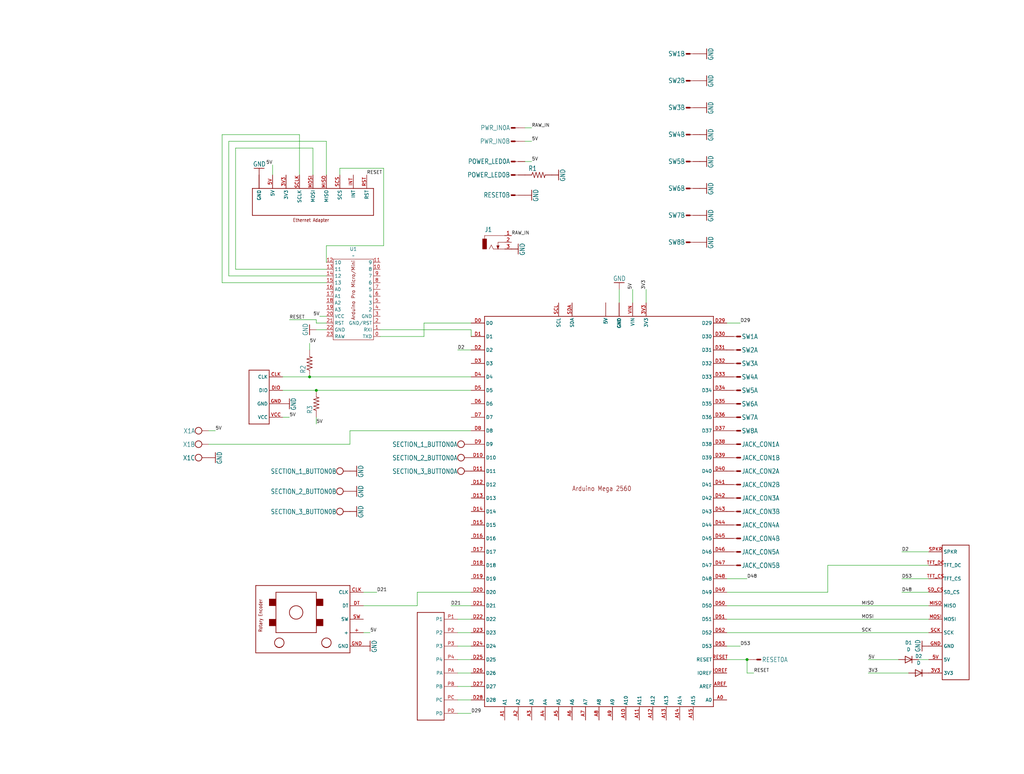
<source format=kicad_sch>
(kicad_sch (version 20231120) (generator "eeschema") (generator_version "8.0")
  (paper "User" 386.486 292.024)
  (lib_symbols
    (symbol "Device:D" (pin_numbers hide) (pin_names (offset 1.016) hide)
      (property "Reference" "D" (at 0 2.54 0))
      (property "Value" "D" (at 0 -2.54 0))
      (symbol "D_0_1"
        (polyline (pts (xy -1.27 1.27) (xy -1.27 -1.27)) (stroke (width 0.254)))
        (polyline (pts (xy 1.27 0) (xy -1.27 0)))
        (polyline (pts (xy 1.27 1.27) (xy 1.27 -1.27) (xy -1.27 0) (xy 1.27 1.27)) (stroke (width 0.254)))
      )
      (symbol "D_1_1"
        (pin passive line (at -3.81 0 0) (length 2.54) (name "K") (number "1"))
        (pin passive line (at 3.81 0 180) (length 2.54) (name "A") (number "2"))
      )
    )
    (symbol "Subsystem Main Extra Symbols:Arduino_pro_Micro/Mini"
      (property "Reference" "U" (at 0 17.018 0))
      (symbol "Arduino_pro_Micro/Mini_0_1"
        (rectangle (start -7.62 15.24) (end 7.62 -15.24))
      )
      (symbol "Arduino_pro_Micro/Mini_1_1"
        (text "Arduino Pro Micro/Mini\n" (at 0 -3.556 900) (effects (font (size 1.27 1.27))))
        (pin bidirectional line (at -10.16 13.97 0) (length 2.54) (name "TXD") (number "0"))
        (pin bidirectional line (at -10.16 11.43 0) (length 2.54) (name "RXI") (number "1"))
        (pin bidirectional line (at -10.16 -11.43 0) (length 2.54) (name "8") (number "10"))
        (pin bidirectional line (at -10.16 -13.97 0) (length 2.54) (name "9") (number "11"))
        (pin bidirectional line (at 10.16 -13.97 180) (length 2.54) (name "10") (number "12"))
        (pin bidirectional line (at 10.16 -11.43 180) (length 2.54) (name "11") (number "13"))
        (pin bidirectional line (at 10.16 -8.89 180) (length 2.54) (name "12") (number "14"))
        (pin bidirectional line (at 10.16 -6.35 180) (length 2.54) (name "13") (number "15"))
        (pin bidirectional line (at 10.16 -3.81 180) (length 2.54) (name "A0") (number "16"))
        (pin bidirectional line (at 10.16 -1.27 180) (length 2.54) (name "A1") (number "17"))
        (pin bidirectional line (at 10.16 1.27 180) (length 2.54) (name "A2") (number "18"))
        (pin bidirectional line (at 10.16 3.81 180) (length 2.54) (name "A3") (number "19"))
        (pin input line (at -10.16 8.89 0) (length 2.54) (name "GND/RST") (number "2"))
        (pin power_out line (at 10.16 6.35 180) (length 2.54) (name "VCC") (number "20"))
        (pin input line (at 10.16 8.89 180) (length 2.54) (name "RST") (number "21"))
        (pin power_in line (at 10.16 11.43 180) (length 2.54) (name "GND") (number "22"))
        (pin power_in line (at 10.16 13.97 180) (length 2.54) (name "RAW") (number "23"))
        (pin power_in line (at -10.16 6.35 0) (length 2.54) (name "GND") (number "3"))
        (pin bidirectional line (at -10.16 3.81 0) (length 2.54) (name "2") (number "4"))
        (pin bidirectional line (at -10.16 1.27 0) (length 2.54) (name "3") (number "5"))
        (pin bidirectional line (at -10.16 -1.27 0) (length 2.54) (name "4") (number "6"))
        (pin bidirectional line (at -10.16 -3.81 0) (length 2.54) (name "5") (number "7"))
        (pin bidirectional line (at -10.16 -6.35 0) (length 2.54) (name "6") (number "8"))
        (pin bidirectional line (at -10.16 -8.89 0) (length 2.54) (name "7") (number "9"))
      )
    )
    (symbol "main-eagle-import:7_SEG_DISPLAY"
      (symbol "7_SEG_DISPLAY_1_0"
        (polyline (pts (xy -10.16 -5.08) (xy -10.16 2.54)) (stroke (width 0.254)))
        (polyline (pts (xy -10.16 2.54) (xy 10.16 2.54)) (stroke (width 0.254)))
        (polyline (pts (xy 10.16 -5.08) (xy -10.16 -5.08)) (stroke (width 0.254)))
        (polyline (pts (xy 10.16 2.54) (xy 10.16 -5.08)) (stroke (width 0.254)))
        (pin bidirectional line (at -7.62 7.62 270) (length 5.08) (name "CLK") (number "CLK"))
        (pin bidirectional line (at -2.54 7.62 270) (length 5.08) (name "DIO") (number "DIO"))
        (pin bidirectional line (at 2.54 7.62 270) (length 5.08) (name "GND") (number "GND"))
        (pin bidirectional line (at 7.62 7.62 270) (length 5.08) (name "VCC") (number "VCC"))
      )
    )
    (symbol "main-eagle-import:ARDUINO_MEGAMIRROR"
      (symbol "ARDUINO_MEGAMIRROR_1_0"
        (polyline (pts (xy -43.18 -76.2) (xy 43.18 -76.2)) (stroke (width 0.254)))
        (polyline (pts (xy -43.18 71.12) (xy -43.18 -76.2)) (stroke (width 0.254)))
        (polyline (pts (xy 43.18 -76.2) (xy 43.18 71.12)) (stroke (width 0.254)))
        (polyline (pts (xy 43.18 71.12) (xy -43.18 71.12)) (stroke (width 0.254)))
        (text "Arduino Mega 2560" (at -10.16 5.08 0) (effects (font (size 1.778 1.5113)) (justify left bottom)))
        (pin power_in line (at 17.78 76.2 270) (length 5.08) (name "3V3") (number "3V3"))
        (pin power_in line (at 2.54 76.2 270) (length 5.08) (name "5V") (number "5V@1"))
        (pin power_in line (at 2.54 76.2 270) (length 5.08) (name "5V") (number "5V@2"))
        (pin power_in line (at 2.54 76.2 270) (length 5.08) (name "5V") (number "5V@3"))
        (pin bidirectional line (at 48.26 -73.66 180) (length 5.08) (name "A0") (number "A0"))
        (pin bidirectional line (at -35.56 -81.28 90) (length 5.08) (name "A1") (number "A1"))
        (pin bidirectional line (at 10.16 -81.28 90) (length 5.08) (name "A10") (number "A10"))
        (pin bidirectional line (at 15.24 -81.28 90) (length 5.08) (name "A11") (number "A11"))
        (pin bidirectional line (at 20.32 -81.28 90) (length 5.08) (name "A12") (number "A12"))
        (pin bidirectional line (at 25.4 -81.28 90) (length 5.08) (name "A13") (number "A13"))
        (pin bidirectional line (at 30.48 -81.28 90) (length 5.08) (name "A14") (number "A14"))
        (pin bidirectional line (at 35.56 -81.28 90) (length 5.08) (name "A15") (number "A15"))
        (pin bidirectional line (at -30.48 -81.28 90) (length 5.08) (name "A2") (number "A2"))
        (pin bidirectional line (at -25.4 -81.28 90) (length 5.08) (name "A3") (number "A3"))
        (pin bidirectional line (at -20.32 -81.28 90) (length 5.08) (name "A4") (number "A4"))
        (pin bidirectional line (at -15.24 -81.28 90) (length 5.08) (name "A5") (number "A5"))
        (pin bidirectional line (at -10.16 -81.28 90) (length 5.08) (name "A6") (number "A6"))
        (pin bidirectional line (at -5.08 -81.28 90) (length 5.08) (name "A7") (number "A7"))
        (pin bidirectional line (at 0 -81.28 90) (length 5.08) (name "A8") (number "A8"))
        (pin bidirectional line (at 5.08 -81.28 90) (length 5.08) (name "A9") (number "A9"))
        (pin bidirectional line (at 48.26 -68.58 180) (length 5.08) (name "AREF") (number "AREF"))
        (pin bidirectional line (at -48.26 68.58 0) (length 5.08) (name "D0") (number "D0"))
        (pin bidirectional line (at -48.26 63.5 0) (length 5.08) (name "D1") (number "D1"))
        (pin bidirectional line (at -48.26 17.78 0) (length 5.08) (name "D10") (number "D10"))
        (pin bidirectional line (at -48.26 12.7 0) (length 5.08) (name "D11") (number "D11"))
        (pin bidirectional line (at -48.26 7.62 0) (length 5.08) (name "D12") (number "D12"))
        (pin bidirectional line (at -48.26 2.54 0) (length 5.08) (name "D13") (number "D13"))
        (pin bidirectional line (at -48.26 -2.54 0) (length 5.08) (name "D14") (number "D14"))
        (pin bidirectional line (at -48.26 -7.62 0) (length 5.08) (name "D15") (number "D15"))
        (pin bidirectional line (at -48.26 -12.7 0) (length 5.08) (name "D16") (number "D16"))
        (pin bidirectional line (at -48.26 -17.78 0) (length 5.08) (name "D17") (number "D17"))
        (pin bidirectional line (at -48.26 -22.86 0) (length 5.08) (name "D18") (number "D18"))
        (pin bidirectional line (at -48.26 -27.94 0) (length 5.08) (name "D19") (number "D19"))
        (pin bidirectional line (at -48.26 58.42 0) (length 5.08) (name "D2") (number "D2"))
        (pin bidirectional line (at -48.26 -33.02 0) (length 5.08) (name "D20") (number "D20"))
        (pin bidirectional line (at -48.26 -38.1 0) (length 5.08) (name "D21") (number "D21"))
        (pin bidirectional line (at -48.26 -43.18 0) (length 5.08) (name "D22") (number "D22"))
        (pin bidirectional line (at -48.26 -48.26 0) (length 5.08) (name "D23") (number "D23"))
        (pin bidirectional line (at -48.26 -53.34 0) (length 5.08) (name "D24") (number "D24"))
        (pin bidirectional line (at -48.26 -58.42 0) (length 5.08) (name "D25") (number "D25"))
        (pin bidirectional line (at -48.26 -63.5 0) (length 5.08) (name "D26") (number "D26"))
        (pin bidirectional line (at -48.26 -68.58 0) (length 5.08) (name "D27") (number "D27"))
        (pin bidirectional line (at -48.26 -73.66 0) (length 5.08) (name "D28") (number "D28"))
        (pin bidirectional line (at 48.26 68.58 180) (length 5.08) (name "D29") (number "D29"))
        (pin bidirectional line (at -48.26 53.34 0) (length 5.08) (name "D3") (number "D3"))
        (pin bidirectional line (at 48.26 63.5 180) (length 5.08) (name "D30") (number "D30"))
        (pin bidirectional line (at 48.26 58.42 180) (length 5.08) (name "D31") (number "D31"))
        (pin bidirectional line (at 48.26 53.34 180) (length 5.08) (name "D32") (number "D32"))
        (pin bidirectional line (at 48.26 48.26 180) (length 5.08) (name "D33") (number "D33"))
        (pin bidirectional line (at 48.26 43.18 180) (length 5.08) (name "D34") (number "D34"))
        (pin bidirectional line (at 48.26 38.1 180) (length 5.08) (name "D35") (number "D35"))
        (pin bidirectional line (at 48.26 33.02 180) (length 5.08) (name "D36") (number "D36"))
        (pin bidirectional line (at 48.26 27.94 180) (length 5.08) (name "D37") (number "D37"))
        (pin bidirectional line (at 48.26 22.86 180) (length 5.08) (name "D38") (number "D38"))
        (pin bidirectional line (at 48.26 17.78 180) (length 5.08) (name "D39") (number "D39"))
        (pin bidirectional line (at -48.26 48.26 0) (length 5.08) (name "D4") (number "D4"))
        (pin bidirectional line (at 48.26 12.7 180) (length 5.08) (name "D40") (number "D40"))
        (pin bidirectional line (at 48.26 7.62 180) (length 5.08) (name "D41") (number "D41"))
        (pin bidirectional line (at 48.26 2.54 180) (length 5.08) (name "D42") (number "D42"))
        (pin bidirectional line (at 48.26 -2.54 180) (length 5.08) (name "D43") (number "D43"))
        (pin bidirectional line (at 48.26 -7.62 180) (length 5.08) (name "D44") (number "D44"))
        (pin bidirectional line (at 48.26 -12.7 180) (length 5.08) (name "D45") (number "D45"))
        (pin bidirectional line (at 48.26 -17.78 180) (length 5.08) (name "D46") (number "D46"))
        (pin bidirectional line (at 48.26 -22.86 180) (length 5.08) (name "D47") (number "D47"))
        (pin bidirectional line (at 48.26 -27.94 180) (length 5.08) (name "D48") (number "D48"))
        (pin bidirectional line (at 48.26 -33.02 180) (length 5.08) (name "D49") (number "D49"))
        (pin bidirectional line (at -48.26 43.18 0) (length 5.08) (name "D5") (number "D5"))
        (pin bidirectional line (at 48.26 -38.1 180) (length 5.08) (name "D50") (number "D50"))
        (pin bidirectional line (at 48.26 -43.18 180) (length 5.08) (name "D51") (number "D51"))
        (pin bidirectional line (at 48.26 -48.26 180) (length 5.08) (name "D52") (number "D52"))
        (pin bidirectional line (at 48.26 -53.34 180) (length 5.08) (name "D53") (number "D53"))
        (pin bidirectional line (at -48.26 38.1 0) (length 5.08) (name "D6") (number "D6"))
        (pin bidirectional line (at -48.26 33.02 0) (length 5.08) (name "D7") (number "D7"))
        (pin bidirectional line (at -48.26 27.94 0) (length 5.08) (name "D8") (number "D8"))
        (pin bidirectional line (at -48.26 22.86 0) (length 5.08) (name "D9") (number "D9"))
        (pin power_in line (at 7.62 76.2 270) (length 5.08) (name "GND") (number "GND@1"))
        (pin power_in line (at 7.62 76.2 270) (length 5.08) (name "GND") (number "GND@2"))
        (pin power_in line (at 7.62 76.2 270) (length 5.08) (name "GND") (number "GND@3"))
        (pin power_in line (at 7.62 76.2 270) (length 5.08) (name "GND") (number "GND@4"))
        (pin power_in line (at 7.62 76.2 270) (length 5.08) (name "GND") (number "GND@5"))
        (pin bidirectional line (at 48.26 -63.5 180) (length 5.08) (name "IOREF") (number "IOREF"))
        (pin bidirectional line (at 48.26 -58.42 180) (length 5.08) (name "RESET") (number "RESET"))
        (pin bidirectional line (at -15.24 76.2 270) (length 5.08) (name "SCL") (number "SCL"))
        (pin bidirectional line (at -10.16 76.2 270) (length 5.08) (name "SDA") (number "SDA"))
        (pin power_in line (at 12.7 76.2 270) (length 5.08) (name "VIN") (number "VIN"))
      )
    )
    (symbol "main-eagle-import:BUTTON_GRID_HEADER"
      (symbol "BUTTON_GRID_HEADER_1_0"
        (polyline (pts (xy -20.32 -5.08) (xy -20.32 5.08)) (stroke (width 0.254)))
        (polyline (pts (xy -20.32 5.08) (xy 20.32 5.08)) (stroke (width 0.254)))
        (polyline (pts (xy 20.32 -5.08) (xy -20.32 -5.08)) (stroke (width 0.254)))
        (polyline (pts (xy 20.32 5.08) (xy 20.32 -5.08)) (stroke (width 0.254)))
        (pin bidirectional line (at -17.78 10.16 270) (length 5.08) (name "P1") (number "P1"))
        (pin bidirectional line (at -12.7 10.16 270) (length 5.08) (name "P2") (number "P2"))
        (pin bidirectional line (at -7.62 10.16 270) (length 5.08) (name "P3") (number "P3"))
        (pin bidirectional line (at -2.54 10.16 270) (length 5.08) (name "P4") (number "P4"))
        (pin bidirectional line (at 2.54 10.16 270) (length 5.08) (name "PA") (number "PA"))
        (pin bidirectional line (at 7.62 10.16 270) (length 5.08) (name "PB") (number "PB"))
        (pin bidirectional line (at 12.7 10.16 270) (length 5.08) (name "PC") (number "PC"))
        (pin bidirectional line (at 17.78 10.16 270) (length 5.08) (name "PD") (number "PD"))
      )
    )
    (symbol "main-eagle-import:DCJ0303"
      (property "Reference" "J" (at -2.54 3.81 0))
      (symbol "DCJ0303_1_0"
        (rectangle (start -3.302 -2.54) (end -1.778 1.27) (fill (type outline)))
        (polyline (pts (xy -2.54 2.54) (xy -2.54 1.27)) (stroke (width 0.1524)))
        (polyline (pts (xy 0 -1.016) (xy -0.762 -2.54)) (stroke (width 0.1524)))
        (polyline (pts (xy 0.762 -2.54) (xy 0 -1.016)) (stroke (width 0.1524)))
        (polyline (pts (xy 2.54 -2.54) (xy 0.762 -2.54)) (stroke (width 0.1524)))
        (polyline (pts (xy 2.54 0) (xy 2.54 -2.54)) (stroke (width 0.1524)))
        (polyline (pts (xy 5.08 -2.54) (xy 2.54 -2.54)) (stroke (width 0.1524)))
        (polyline (pts (xy 5.08 0) (xy 2.54 0)) (stroke (width 0.1524)))
        (polyline (pts (xy 5.08 2.54) (xy -2.54 2.54)) (stroke (width 0.1524)))
        (polyline (pts (xy 2.54 -2.54) (xy 2.032 -1.27) (xy 3.048 -1.27)) (stroke (width 0.1524)) (fill (type outline)))
        (pin passive line (at 7.62 2.54 180) (length 2.54) (name "1") (number "1"))
        (pin passive line (at 7.62 0 180) (length 2.54) (name "2") (number "2"))
        (pin passive line (at 7.62 -2.54 180) (length 2.54) (name "3") (number "3"))
      )
    )
    (symbol "main-eagle-import:ETHERNET_ADAPTER"
      (symbol "ETHERNET_ADAPTER_1_0"
        (polyline (pts (xy -22.86 -5.08) (xy -22.86 5.08)) (stroke (width 0.254)))
        (polyline (pts (xy -22.86 5.08) (xy 22.86 5.08)) (stroke (width 0.254)))
        (polyline (pts (xy 22.86 -5.08) (xy -22.86 -5.08)) (stroke (width 0.254)))
        (polyline (pts (xy 22.86 5.08) (xy 22.86 -5.08)) (stroke (width 0.254)))
        (text "Ethernet Adapter" (at -7.62 -7.62 0) (effects (font (size 1.27 1.0795)) (justify left bottom)))
        (pin bidirectional line (at -10.16 10.16 270) (length 5.08) (name "3V3") (number "3V3"))
        (pin bidirectional line (at -15.24 10.16 270) (length 5.08) (name "5V") (number "5V"))
        (pin bidirectional line (at -20.32 10.16 270) (length 5.08) (name "GND") (number "GND@1"))
        (pin bidirectional line (at -20.32 10.16 270) (length 5.08) (name "GND") (number "GND@2"))
        (pin bidirectional line (at 15.24 10.16 270) (length 5.08) (name "INT") (number "INT"))
        (pin bidirectional line (at 5.08 10.16 270) (length 5.08) (name "MISO") (number "MISO"))
        (pin bidirectional line (at 0 10.16 270) (length 5.08) (name "MOSI") (number "MOSI"))
        (pin bidirectional line (at 20.32 10.16 270) (length 5.08) (name "RST") (number "RST"))
        (pin bidirectional line (at -5.08 10.16 270) (length 5.08) (name "SCLK") (number "SCLK"))
        (pin bidirectional line (at 10.16 10.16 270) (length 5.08) (name "SCS") (number "SCS"))
      )
    )
    (symbol "main-eagle-import:FLIPFLOP-RES"
      (property "Reference" "R" (at -3.81 1.4986 0))
      (symbol "FLIPFLOP-RES_1_0"
        (polyline (pts (xy -2.54 0) (xy -2.159 1.016)) (stroke (width 0.2032)))
        (polyline (pts (xy -2.159 1.016) (xy -1.524 -1.016)) (stroke (width 0.2032)))
        (polyline (pts (xy -1.524 -1.016) (xy -0.889 1.016)) (stroke (width 0.2032)))
        (polyline (pts (xy -0.889 1.016) (xy -0.254 -1.016)) (stroke (width 0.2032)))
        (polyline (pts (xy -0.254 -1.016) (xy 0.381 1.016)) (stroke (width 0.2032)))
        (polyline (pts (xy 0.381 1.016) (xy 1.016 -1.016)) (stroke (width 0.2032)))
        (polyline (pts (xy 1.016 -1.016) (xy 1.651 1.016)) (stroke (width 0.2032)))
        (polyline (pts (xy 1.651 1.016) (xy 2.286 -1.016)) (stroke (width 0.2032)))
        (polyline (pts (xy 2.286 -1.016) (xy 2.54 0)) (stroke (width 0.2032)))
        (pin passive line (at -5.08 0 0) (length 2.54) (name "1") (number "1"))
        (pin passive line (at 5.08 0 180) (length 2.54) (name "2") (number "2"))
      )
    )
    (symbol "main-eagle-import:GND" (power)
      (symbol "GND_1_0"
        (polyline (pts (xy -1.905 0) (xy 1.905 0)) (stroke (width 0.254)))
        (pin power_in line (at 0 2.54 270) (length 2.54) (name "GND") (number "1"))
      )
    )
    (symbol "main-eagle-import:L02P"
      (property "Reference" "SV" (at -0.508 1.016 0))
      (symbol "L02P_1_0"
        (polyline (pts (xy 0 0) (xy 1.27 0)) (stroke (width 0.6096)))
        (polyline (pts (xy 1.27 0) (xy 2.54 0)) (stroke (width 0.1524)))
        (pin passive line (at 5.08 0 180) (length 2.54) (name "S") (number "1"))
      )
      (symbol "L02P_2_0"
        (polyline (pts (xy 0 0) (xy 1.27 0)) (stroke (width 0.6096)))
        (polyline (pts (xy 1.27 0) (xy 2.54 0)) (stroke (width 0.1524)))
        (pin passive line (at 5.08 0 180) (length 2.54) (name "S") (number "2"))
      )
    )
    (symbol "main-eagle-import:ROTARY_ENCODER"
      (symbol "ROTARY_ENCODER_1_0"
        (rectangle (start -7.62 -12.7) (end -5.08 -10.16) (fill (type outline)))
        (rectangle (start -7.62 5.08) (end -5.08 7.62) (fill (type outline)))
        (circle (center -2.54 -2.54) (radius 2.54) (stroke (width 0.254)))
        (rectangle (start 0 -12.7) (end 2.54 -10.16) (fill (type outline)))
        (polyline (pts (xy -12.7 -17.78) (xy 12.7 -17.78)) (stroke (width 0.254)))
        (polyline (pts (xy -12.7 17.78) (xy -12.7 -17.78)) (stroke (width 0.254)))
        (polyline (pts (xy -10.16 -10.16) (xy -10.16 5.08)) (stroke (width 0.254)))
        (polyline (pts (xy -10.16 5.08) (xy 5.08 5.08)) (stroke (width 0.254)))
        (polyline (pts (xy 5.08 -10.16) (xy -10.16 -10.16)) (stroke (width 0.254)))
        (polyline (pts (xy 5.08 5.08) (xy 5.08 -10.16)) (stroke (width 0.254)))
        (polyline (pts (xy 12.7 -17.78) (xy 12.7 17.78)) (stroke (width 0.254)))
        (polyline (pts (xy 12.7 17.78) (xy -12.7 17.78)) (stroke (width 0.254)))
        (rectangle (start 0 5.08) (end 2.54 7.62) (fill (type outline)))
        (arc (start 7.62 -7.62) (mid 7.62 -10.16) (end 10.16 -10.16) (stroke (width 0.254)))
        (arc (start 7.62 10.16) (mid 7.62 7.62) (end 10.16 7.62) (stroke (width 0.254)))
        (arc (start 10.16 -10.16) (mid 10.16 -7.62) (end 7.62 -7.62) (stroke (width 0.254)))
        (arc (start 10.16 -10.16) (mid 10.6861 -8.89) (end 10.16 -7.62) (stroke (width 0.254)))
        (arc (start 10.16 7.62) (mid 10.16 10.16) (end 7.62 10.16) (stroke (width 0.254)))
        (arc (start 10.16 7.62) (mid 10.6861 8.89) (end 10.16 10.16) (stroke (width 0.254)))
        (text "Rotary Encoder" (at -7.62 -15.24 0) (effects (font (size 1.27 1.0795)) (justify left bottom)))
        (pin power_in line (at 5.08 22.86 270) (length 5.08) (name "+") (number "+"))
        (pin bidirectional line (at -10.16 22.86 270) (length 5.08) (name "CLK") (number "CLK"))
        (pin bidirectional line (at -5.08 22.86 270) (length 5.08) (name "DT") (number "DT"))
        (pin power_in line (at 10.16 22.86 270) (length 5.08) (name "GND") (number "GND"))
        (pin bidirectional line (at 0 22.86 270) (length 5.08) (name "SW") (number "SW"))
      )
    )
    (symbol "main-eagle-import:SPI_HEADERSPI_HEADER_RIBBON_CONNECTOR"
      (symbol "SPI_HEADERSPI_HEADER_RIBBON_CONNECTOR_1_0"
        (polyline (pts (xy -25.4 -5.08) (xy 25.4 -5.08)) (stroke (width 0.254)))
        (polyline (pts (xy -25.4 5.08) (xy -25.4 -5.08)) (stroke (width 0.254)))
        (polyline (pts (xy -25.4 5.08) (xy 25.4 5.08)) (stroke (width 0.254)))
        (polyline (pts (xy 25.4 5.08) (xy 25.4 -5.08)) (stroke (width 0.254)))
        (pin power_in line (at -22.86 10.16 270) (length 5.08) (name "3V3") (number "3V3"))
        (pin power_in line (at -17.78 10.16 270) (length 5.08) (name "5V") (number "5V"))
        (pin power_in line (at -12.7 10.16 270) (length 5.08) (name "GND") (number "GND"))
        (pin bidirectional line (at 2.54 10.16 270) (length 5.08) (name "MISO") (number "MISO"))
        (pin bidirectional line (at -2.54 10.16 270) (length 5.08) (name "MOSI") (number "MOSI"))
        (pin bidirectional line (at -7.62 10.16 270) (length 5.08) (name "SCK") (number "SCK"))
        (pin bidirectional line (at 7.62 10.16 270) (length 5.08) (name "SD_CS") (number "SD_CS"))
        (pin bidirectional line (at 22.86 10.16 270) (length 5.08) (name "SPKR") (number "SPKR"))
        (pin bidirectional line (at 12.7 10.16 270) (length 5.08) (name "TFT_CS") (number "TFT_CS"))
        (pin bidirectional line (at 17.78 10.16 270) (length 5.08) (name "TFT_DC") (number "TFT_DC"))
      )
    )
    (symbol "main-eagle-import:W237-102"
      (property "Reference" "X" (at 0 0.889 0))
      (symbol "W237-102_1_0"
        (circle (center 1.27 0) (radius 1.27) (stroke (width 0.254)))
        (pin passive line (at 5.08 0 180) (length 2.54) (name "KL") (number "1"))
      )
      (symbol "W237-102_2_0"
        (circle (center 1.27 0) (radius 1.27) (stroke (width 0.254)))
        (pin passive line (at 5.08 0 180) (length 2.54) (name "KL") (number "2"))
      )
    )
    (symbol "main-eagle-import:W237-103"
      (property "Reference" "X" (at 0 0.889 0))
      (symbol "W237-103_1_0"
        (circle (center 1.27 0) (radius 1.27) (stroke (width 0.254)))
        (pin passive line (at 5.08 0 180) (length 2.54) (name "KL") (number "1"))
      )
      (symbol "W237-103_2_0"
        (circle (center 1.27 0) (radius 1.27) (stroke (width 0.254)))
        (pin passive line (at 5.08 0 180) (length 2.54) (name "KL") (number "2"))
      )
      (symbol "W237-103_3_0"
        (circle (center 1.27 0) (radius 1.27) (stroke (width 0.254)))
        (pin passive line (at 5.08 0 180) (length 2.54) (name "KL") (number "3"))
      )
    )
  )
  (junction (at 116.84 142.24))
  (junction (at 281.94 248.92))
  (junction (at 119.38 147.32))
  (wire (pts (xy 86.36 53.34) (xy 86.36 104.14)))
  (wire (pts (xy 172.72 269.24) (xy 177.8 269.24)) (stroke (width 0.1524)))
  (wire (pts (xy 160.02 121.92) (xy 177.8 121.92)))
  (wire (pts (xy 119.38 120.65) (xy 119.38 121.92)))
  (wire (pts (xy 238.76 114.3) (xy 238.76 109.22)) (stroke (width 0.1524)))
  (wire (pts (xy 137.16 238.76) (xy 139.7 238.76)) (stroke (width 0.1524)))
  (wire (pts (xy 116.84 142.24) (xy 177.8 142.24)) (stroke (width 0.1524)))
  (wire (pts (xy 350.52 218.44) (xy 340.36 218.44)) (stroke (width 0.1524)))
  (wire (pts (xy 274.32 228.6) (xy 350.52 228.6)) (stroke (width 0.1524)))
  (wire (pts (xy 144.78 63.5) (xy 128.27 63.5)))
  (wire (pts (xy 88.9 101.6) (xy 88.9 55.88)))
  (wire (pts (xy 137.16 223.52) (xy 142.24 223.52)) (stroke (width 0.1524)))
  (wire (pts (xy 346.71 248.92) (xy 350.52 248.92)))
  (wire (pts (xy 177.8 127) (xy 177.8 124.46)))
  (wire (pts (xy 119.38 121.92) (xy 123.19 121.92)))
  (wire (pts (xy 144.78 92.71) (xy 144.78 63.5)))
  (wire (pts (xy 78.74 162.56) (xy 81.28 162.56)) (stroke (width 0.1524)))
  (wire (pts (xy 102.87 62.23) (xy 102.87 66.04)))
  (wire (pts (xy 123.19 99.06) (xy 123.19 92.71)))
  (wire (pts (xy 350.52 208.28) (xy 340.36 208.28)) (stroke (width 0.1524)))
  (wire (pts (xy 86.36 104.14) (xy 123.19 104.14)))
  (wire (pts (xy 274.32 121.92) (xy 279.4 121.92)) (stroke (width 0.1524)))
  (wire (pts (xy 172.72 238.76) (xy 177.8 238.76)) (stroke (width 0.1524)))
  (wire (pts (xy 327.66 248.92) (xy 339.09 248.92)) (stroke (width 0.1524)))
  (wire (pts (xy 128.27 63.5) (xy 128.27 66.04)))
  (wire (pts (xy 198.12 48.26) (xy 200.66 48.26)) (stroke (width 0.1524)))
  (wire (pts (xy 88.9 55.88) (xy 118.11 55.88)))
  (wire (pts (xy 123.19 53.34) (xy 86.36 53.34)))
  (wire (pts (xy 157.48 223.52) (xy 177.8 223.52)) (stroke (width 0.1524)))
  (wire (pts (xy 274.32 223.52) (xy 312.42 223.52)) (stroke (width 0.1524)))
  (wire (pts (xy 119.38 124.46) (xy 123.19 124.46)))
  (wire (pts (xy 281.94 248.92) (xy 274.32 248.92)) (stroke (width 0.1524)))
  (wire (pts (xy 172.72 248.92) (xy 177.8 248.92)) (stroke (width 0.1524)))
  (wire (pts (xy 172.72 254) (xy 177.8 254)) (stroke (width 0.1524)))
  (wire (pts (xy 157.48 228.6) (xy 157.48 223.52)) (stroke (width 0.1524)))
  (wire (pts (xy 106.68 157.48) (xy 109.22 157.48)) (stroke (width 0.1524)))
  (wire (pts (xy 198.12 53.34) (xy 200.66 53.34)) (stroke (width 0.1524)))
  (wire (pts (xy 274.32 218.44) (xy 281.94 218.44)) (stroke (width 0.1524)))
  (wire (pts (xy 350.52 223.52) (xy 340.36 223.52)) (stroke (width 0.1524)))
  (wire (pts (xy 198.12 60.96) (xy 200.66 60.96)) (stroke (width 0.1524)))
  (wire (pts (xy 132.08 162.56) (xy 177.8 162.56)) (stroke (width 0.1524)))
  (wire (pts (xy 312.42 213.36) (xy 350.52 213.36)) (stroke (width 0.1524)))
  (wire (pts (xy 137.16 228.6) (xy 157.48 228.6)) (stroke (width 0.1524)))
  (wire (pts (xy 119.38 157.48) (xy 119.38 160.02)) (stroke (width 0.1524)))
  (wire (pts (xy 172.72 264.16) (xy 177.8 264.16)) (stroke (width 0.1524)))
  (wire (pts (xy 123.19 119.38) (xy 120.65 119.38)) (stroke (width 0.1524)))
  (wire (pts (xy 143.51 127) (xy 160.02 127)))
  (wire (pts (xy 143.51 124.46) (xy 177.8 124.46)))
  (wire (pts (xy 123.19 92.71) (xy 144.78 92.71)))
  (wire (pts (xy 83.82 106.68) (xy 83.82 50.8)))
  (wire (pts (xy 172.72 259.08) (xy 177.8 259.08)) (stroke (width 0.1524)))
  (wire (pts (xy 243.84 114.3) (xy 243.84 109.22)) (stroke (width 0.1524)))
  (wire (pts (xy 106.68 147.32) (xy 119.38 147.32)) (stroke (width 0.1524)))
  (wire (pts (xy 160.02 127) (xy 160.02 121.92)))
  (wire (pts (xy 172.72 233.68) (xy 177.8 233.68)) (stroke (width 0.1524)))
  (wire (pts (xy 274.32 238.76) (xy 350.52 238.76)) (stroke (width 0.1524)))
  (wire (pts (xy 132.08 167.64) (xy 132.08 162.56)) (stroke (width 0.1524)))
  (wire (pts (xy 109.22 120.65) (xy 119.38 120.65)))
  (wire (pts (xy 172.72 243.84) (xy 177.8 243.84)) (stroke (width 0.1524)))
  (wire (pts (xy 274.32 243.84) (xy 279.4 243.84)) (stroke (width 0.1524)))
  (wire (pts (xy 78.74 167.64) (xy 132.08 167.64)) (stroke (width 0.1524)))
  (wire (pts (xy 281.94 248.92) (xy 281.94 254)) (stroke (width 0.1524)))
  (wire (pts (xy 116.84 132.08) (xy 116.84 129.54)) (stroke (width 0.1524)))
  (wire (pts (xy 106.68 142.24) (xy 116.84 142.24)) (stroke (width 0.1524)))
  (wire (pts (xy 123.19 66.04) (xy 123.19 53.34)))
  (wire (pts (xy 123.19 106.68) (xy 83.82 106.68)))
  (wire (pts (xy 119.38 147.32) (xy 177.8 147.32)) (stroke (width 0.1524)))
  (wire (pts (xy 118.11 55.88) (xy 118.11 66.04)))
  (wire (pts (xy 123.19 101.6) (xy 88.9 101.6)))
  (wire (pts (xy 177.8 228.6) (xy 170.18 228.6)) (stroke (width 0.1524)))
  (wire (pts (xy 274.32 233.68) (xy 350.52 233.68)) (stroke (width 0.1524)))
  (wire (pts (xy 113.03 50.8) (xy 113.03 66.04)))
  (wire (pts (xy 281.94 254) (xy 284.48 254)) (stroke (width 0.1524)))
  (wire (pts (xy 177.8 132.08) (xy 172.72 132.08)) (stroke (width 0.1524)))
  (wire (pts (xy 83.82 50.8) (xy 113.03 50.8)))
  (wire (pts (xy 233.68 109.22) (xy 233.68 114.3)) (stroke (width 0.1524)))
  (wire (pts (xy 312.42 223.52) (xy 312.42 213.36)) (stroke (width 0.1524)))
  (wire (pts (xy 342.9 254) (xy 327.66 254)) (stroke (width 0.1524)))
  (label "5V" (at 102.87 62.23 180) (effects (font (size 1.2446 1.2446))))
  (label "D29" (at 279.4 121.92 0) (effects (font (size 1.2446 1.2446))))
  (label "5V" (at 139.7 238.76 0) (effects (font (size 1.2446 1.2446))))
  (label "3V3" (at 327.66 254 0) (effects (font (size 1.2446 1.2446))))
  (label "RAW_IN" (at 200.66 48.26 0) (effects (font (size 1.2446 1.2446))))
  (label "MISO" (at 325.12 228.6 0) (effects (font (size 1.2446 1.2446))))
  (label "5V" (at 120.65 119.38 180) (effects (font (size 1.2446 1.2446))))
  (label "D2" (at 172.72 132.08 0) (effects (font (size 1.2446 1.2446))))
  (label "D48" (at 340.36 223.52 0) (effects (font (size 1.2446 1.2446))))
  (label "D29" (at 177.8 269.24 0) (effects (font (size 1.2446 1.2446))))
  (label "RESET" (at 138.43 66.04 0) (effects (font (size 1.2446 1.2446))))
  (label "RAW_IN" (at 193.04 88.9 0) (effects (font (size 1.2446 1.2446))))
  (label "5V" (at 109.22 157.48 0) (effects (font (size 1.2446 1.2446))))
  (label "RESET" (at 109.22 120.65 0) (effects (font (size 1.2446 1.2446))))
  (label "D53" (at 279.4 243.84 0) (effects (font (size 1.2446 1.2446))))
  (label "5V" (at 327.66 248.92 0) (effects (font (size 1.2446 1.2446))))
  (label "D21" (at 142.24 223.52 0) (effects (font (size 1.2446 1.2446))))
  (label "D53" (at 340.36 218.44 0) (effects (font (size 1.2446 1.2446))))
  (label "D21" (at 170.18 228.6 0) (effects (font (size 1.2446 1.2446))))
  (label "D48" (at 281.94 218.44 0) (effects (font (size 1.2446 1.2446))))
  (label "3V3" (at 243.84 109.22 90) (effects (font (size 1.2446 1.2446))))
  (label "5V" (at 200.66 60.96 0) (effects (font (size 1.2446 1.2446))))
  (label "5V" (at 119.38 160.02 0) (effects (font (size 1.2446 1.2446))))
  (label "D2" (at 340.36 208.28 0) (effects (font (size 1.2446 1.2446))))
  (label "5V" (at 116.84 129.54 0) (effects (font (size 1.2446 1.2446))))
  (label "5V" (at 238.76 109.22 90) (effects (font (size 1.2446 1.2446))))
  (label "RESET" (at 284.48 254 0) (effects (font (size 1.2446 1.2446))))
  (label "SCK" (at 325.12 238.76 0) (effects (font (size 1.2446 1.2446))))
  (label "5V" (at 81.28 162.56 0) (effects (font (size 1.2446 1.2446))))
  (label "MOSI" (at 325.12 233.68 0) (effects (font (size 1.2446 1.2446))))
  (label "5V" (at 200.66 53.34 0) (effects (font (size 1.2446 1.2446))))
  (symbol (lib_id "main-eagle-import:L02P") (at 279.4 137.16 180) (unit 1)
    (property "Reference" "SW3" (at 279.908 138.176 0) (effects (font (size 1.778 1.5113)) (justify right top)))
    (property "Value" "L02P" (effects (hide yes)))
    (property "Footprint" "Connector_JST:JST_EH_B2B-EH-A_1x02_P2.50mm_Vertical" (effects (hide yes)))
  )
  (symbol (lib_id "main-eagle-import:L02P") (at 279.4 208.28 180) (unit 1)
    (property "Reference" "JACK_CON5" (at 279.908 209.296 0) (effects (font (size 1.778 1.5113)) (justify right top)))
    (property "Value" "L02P" (effects (hide yes)))
    (property "Footprint" "Connector_JST:JST_EH_B2B-EH-A_1x02_P2.50mm_Vertical" (effects (hide yes)))
  )
  (symbol (lib_id "main-eagle-import:GND") (at 266.7 20.32 90) (unit 1)
    (property "Reference" "#GND012" (effects (hide yes)))
    (property "Value" "GND" (at 269.24 22.86 0) (effects (font (size 1.778 1.5113)) (justify left bottom)))
  )
  (symbol (lib_id "main-eagle-import:L02P") (at 193.04 53.34 0) (unit 2)
    (property "Reference" "PWR_IN0" (at 192.532 52.324 0) (effects (font (size 1.778 1.5113)) (justify right top)))
    (property "Value" "L02P" (effects (hide yes)))
    (property "Footprint" "Connector_JST:JST_EH_B2B-EH-A_1x02_P2.50mm_Vertical" (effects (hide yes)))
  )
  (symbol (lib_id "main-eagle-import:DCJ0303") (at 185.42 91.44 0) (unit 1)
    (property "Reference" "J1" (at 182.88 87.63 0) (effects (font (size 1.778 1.5113)) (justify left bottom)))
    (property "Value" "DCJ0303" (effects (hide yes)))
    (property "Footprint" "Connector_BarrelJack:BarrelJack_Horizontal" (effects (hide yes)))
  )
  (symbol (lib_id "main-eagle-import:L02P") (at 193.04 66.04 0) (unit 2)
    (property "Reference" "POWER_LED0" (at 192.532 65.024 0) (effects (font (size 1.778 1.5113)) (justify right top)))
    (property "Value" "L02P" (effects (hide yes)))
    (property "Footprint" "Connector_JST:JST_EH_B2B-EH-A_1x02_P2.50mm_Vertical" (effects (hide yes)))
  )
  (symbol (lib_id "main-eagle-import:GND") (at 266.7 91.44 90) (unit 1)
    (property "Reference" "#GND05" (effects (hide yes)))
    (property "Value" "GND" (at 269.24 93.98 0) (effects (font (size 1.778 1.5113)) (justify left bottom)))
  )
  (symbol (lib_id "main-eagle-import:L02P") (at 279.4 132.08 180) (unit 1)
    (property "Reference" "SW2" (at 279.908 133.096 0) (effects (font (size 1.778 1.5113)) (justify right top)))
    (property "Value" "L02P" (effects (hide yes)))
    (property "Footprint" "Connector_JST:JST_EH_B2B-EH-A_1x02_P2.50mm_Vertical" (effects (hide yes)))
  )
  (symbol (lib_id "main-eagle-import:L02P") (at 259.08 40.64 0) (unit 2)
    (property "Reference" "SW3" (at 258.572 39.624 0) (effects (font (size 1.778 1.5113)) (justify right top)))
    (property "Value" "L02P" (effects (hide yes)))
    (property "Footprint" "Connector_JST:JST_EH_B2B-EH-A_1x02_P2.50mm_Vertical" (effects (hide yes)))
  )
  (symbol (lib_id "main-eagle-import:L02P") (at 279.4 198.12 180) (unit 1)
    (property "Reference" "JACK_CON4" (at 279.908 199.136 0) (effects (font (size 1.778 1.5113)) (justify right top)))
    (property "Value" "L02P" (effects (hide yes)))
    (property "Footprint" "Connector_JST:JST_EH_B2B-EH-A_1x02_P2.50mm_Vertical" (effects (hide yes)))
  )
  (symbol (lib_id "main-eagle-import:L02P") (at 279.4 187.96 180) (unit 1)
    (property "Reference" "JACK_CON3" (at 279.908 188.976 0) (effects (font (size 1.778 1.5113)) (justify right top)))
    (property "Value" "L02P" (effects (hide yes)))
    (property "Footprint" "Connector_JST:JST_EH_B2B-EH-A_1x02_P2.50mm_Vertical" (effects (hide yes)))
  )
  (symbol (lib_id "main-eagle-import:GND") (at 200.66 73.66 90) (unit 1)
    (property "Reference" "#GND02" (effects (hide yes)))
    (property "Value" "GND" (at 203.2 76.2 0) (effects (font (size 1.778 1.5113)) (justify left bottom)))
  )
  (symbol (lib_id "main-eagle-import:7_SEG_DISPLAY") (at 99.06 149.86 270) (unit 1)
    (property "Reference" "U$2" (effects (hide yes)))
    (property "Value" "7_SEG_DISPLAY" (effects (hide yes)))
    (property "Footprint" "main:7_SEG_DISPLAY" (effects (hide yes)))
  )
  (symbol (lib_id "main-eagle-import:W237-102") (at 172.72 167.64 0) (unit 1)
    (property "Reference" "SECTION_1_BUTTON0" (at 172.72 166.751 0) (effects (font (size 1.778 1.5113)) (justify right top)))
    (property "Value" "W237-102" (effects (hide yes)))
    (property "Footprint" "Connector_JST:JST_EH_B2B-EH-A_1x02_P2.50mm_Vertical" (effects (hide yes)))
  )
  (symbol (lib_id "main-eagle-import:L02P") (at 259.08 81.28 0) (unit 2)
    (property "Reference" "SW7" (at 258.572 80.264 0) (effects (font (size 1.778 1.5113)) (justify right top)))
    (property "Value" "L02P" (effects (hide yes)))
    (property "Footprint" "Connector_JST:JST_EH_B2B-EH-A_1x02_P2.50mm_Vertical" (effects (hide yes)))
  )
  (symbol (lib_id "main-eagle-import:W237-102") (at 172.72 172.72 0) (unit 1)
    (property "Reference" "SECTION_2_BUTTON0" (at 172.72 171.831 0) (effects (font (size 1.778 1.5113)) (justify right top)))
    (property "Value" "W237-102" (effects (hide yes)))
    (property "Footprint" "Connector_JST:JST_EH_B2B-EH-A_1x02_P2.50mm_Vertical" (effects (hide yes)))
  )
  (symbol (lib_id "main-eagle-import:ETHERNET_ADAPTER") (at 118.11 76.2 0) (unit 1)
    (property "Reference" "1" (effects (hide yes)))
    (property "Footprint" "main:ETHERNET_ADAPTER" (effects (hide yes)))
  )
  (symbol (lib_id "main-eagle-import:L02P") (at 279.4 167.64 180) (unit 1)
    (property "Reference" "JACK_CON1" (at 279.908 168.656 0) (effects (font (size 1.778 1.5113)) (justify right top)))
    (property "Value" "L02P" (effects (hide yes)))
    (property "Footprint" "Connector_JST:JST_EH_B2B-EH-A_1x02_P2.50mm_Vertical" (effects (hide yes)))
  )
  (symbol (lib_id "main-eagle-import:L02P") (at 259.08 50.8 0) (unit 2)
    (property "Reference" "SW4" (at 258.572 49.784 0) (effects (font (size 1.778 1.5113)) (justify right top)))
    (property "Value" "L02P" (effects (hide yes)))
    (property "Footprint" "Connector_JST:JST_EH_B2B-EH-A_1x02_P2.50mm_Vertical" (effects (hide yes)))
  )
  (symbol (lib_id "Subsystem Main Extra Symbols:Arduino_pro_Micro/Mini") (at 133.35 113.03 180) (unit 1)
    (property "Reference" "U1" (at 133.35 93.98 0))
    (property "Value" "~" (at 133.35 96.52 0))
    (property "Footprint" "Subsystem Main Extra Symbols:Arduino Pro Micro (Mini)" (effects (hide yes)))
  )
  (symbol (lib_id "main-eagle-import:GND") (at 116.84 124.46 270) (unit 1)
    (property "Reference" "#GND020" (effects (hide yes)))
    (property "Value" "GND" (at 114.3 121.92 0) (effects (font (size 1.778 1.5113)) (justify left bottom)))
  )
  (symbol (lib_id "main-eagle-import:GND") (at 195.58 93.98 90) (unit 1)
    (property "Reference" "#GND04" (effects (hide yes)))
    (property "Value" "GND" (at 198.12 96.52 0) (effects (font (size 1.778 1.5113)) (justify left bottom)))
  )
  (symbol (lib_id "main-eagle-import:L02P") (at 279.4 203.2 180) (unit 2)
    (property "Reference" "JACK_CON4" (at 279.908 204.216 0) (effects (font (size 1.778 1.5113)) (justify right top)))
    (property "Value" "L02P" (effects (hide yes)))
    (property "Footprint" "Connector_JST:JST_EH_B2B-EH-A_1x02_P2.50mm_Vertical" (effects (hide yes)))
  )
  (symbol (lib_id "main-eagle-import:GND") (at 134.62 177.8 90) (unit 1)
    (property "Reference" "#GND017" (effects (hide yes)))
    (property "Value" "GND" (at 137.16 180.34 0) (effects (font (size 1.778 1.5113)) (justify left bottom)))
  )
  (symbol (lib_id "main-eagle-import:L02P") (at 193.04 73.66 0) (unit 2)
    (property "Reference" "RESET0" (at 192.532 72.644 0) (effects (font (size 1.778 1.5113)) (justify right top)))
    (property "Value" "L02P" (effects (hide yes)))
    (property "Footprint" "Connector_JST:JST_EH_B2B-EH-A_1x02_P2.50mm_Vertical" (effects (hide yes)))
  )
  (symbol (lib_id "main-eagle-import:GND") (at 266.7 30.48 90) (unit 1)
    (property "Reference" "#GND011" (effects (hide yes)))
    (property "Value" "GND" (at 269.24 33.02 0) (effects (font (size 1.778 1.5113)) (justify left bottom)))
  )
  (symbol (lib_id "main-eagle-import:ROTARY_ENCODER") (at 114.3 233.68 270) (unit 1)
    (property "Reference" "U$5" (effects (hide yes)))
    (property "Value" "ROTARY_ENCODER" (effects (hide yes)))
    (property "Footprint" "main:ROTARY_ENCODER" (effects (hide yes)))
  )
  (symbol (lib_id "main-eagle-import:FLIPFLOP-RES") (at 119.38 152.4 90) (unit 1)
    (property "Reference" "R3" (at 117.8814 156.21 0) (effects (font (size 1.778 1.5113)) (justify left bottom)))
    (property "Value" "FLIPFLOP-RES" (effects (hide yes)))
    (property "Footprint" "Resistor_THT:R_Axial_DIN0204_L3.6mm_D1.6mm_P7.62mm_Horizontal" (effects (hide yes)))
  )
  (symbol (lib_id "main-eagle-import:FLIPFLOP-RES") (at 203.2 66.04 0) (unit 1)
    (property "Reference" "R1" (at 199.39 64.5414 0) (effects (font (size 1.778 1.5113)) (justify left bottom)))
    (property "Value" "FLIPFLOP-RES" (effects (hide yes)))
    (property "Footprint" "Resistor_THT:R_Axial_DIN0204_L3.6mm_D1.6mm_P7.62mm_Horizontal" (effects (hide yes)))
  )
  (symbol (lib_id "main-eagle-import:L02P") (at 259.08 91.44 0) (unit 2)
    (property "Reference" "SW8" (at 258.572 90.424 0) (effects (font (size 1.778 1.5113)) (justify right top)))
    (property "Value" "L02P" (effects (hide yes)))
    (property "Footprint" "Connector_JST:JST_EH_B2B-EH-A_1x02_P2.50mm_Vertical" (effects (hide yes)))
  )
  (symbol (lib_id "main-eagle-import:L02P") (at 279.4 147.32 180) (unit 1)
    (property "Reference" "SW5" (at 279.908 148.336 0) (effects (font (size 1.778 1.5113)) (justify right top)))
    (property "Value" "L02P" (effects (hide yes)))
    (property "Footprint" "Connector_JST:JST_EH_B2B-EH-A_1x02_P2.50mm_Vertical" (effects (hide yes)))
  )
  (symbol (lib_id "main-eagle-import:L02P") (at 279.4 182.88 180) (unit 2)
    (property "Reference" "JACK_CON2" (at 279.908 183.896 0) (effects (font (size 1.778 1.5113)) (justify right top)))
    (property "Value" "L02P" (effects (hide yes)))
    (property "Footprint" "Connector_JST:JST_EH_B2B-EH-A_1x02_P2.50mm_Vertical" (effects (hide yes)))
  )
  (symbol (lib_id "main-eagle-import:W237-103") (at 73.66 162.56 0) (unit 1)
    (property "Reference" "X1" (at 73.66 161.671 0) (effects (font (size 1.778 1.5113)) (justify right top)))
    (property "Value" "W237-103" (effects (hide yes)))
    (property "Footprint" "TerminalBlock:TerminalBlock_bornier-3_P5.08mm" (effects (hide yes)))
  )
  (symbol (lib_id "main-eagle-import:GND") (at 347.98 243.84 270) (unit 1)
    (property "Reference" "#GND014" (effects (hide yes)))
    (property "Value" "GND" (at 345.44 241.3 0) (effects (font (size 1.778 1.5113)) (justify left bottom)))
  )
  (symbol (lib_id "main-eagle-import:L02P") (at 279.4 157.48 180) (unit 1)
    (property "Reference" "SW7" (at 279.908 158.496 0) (effects (font (size 1.778 1.5113)) (justify right top)))
    (property "Value" "L02P" (effects (hide yes)))
    (property "Footprint" "Connector_JST:JST_EH_B2B-EH-A_1x02_P2.50mm_Vertical" (effects (hide yes)))
  )
  (symbol (lib_id "main-eagle-import:L02P") (at 259.08 71.12 0) (unit 2)
    (property "Reference" "SW6" (at 258.572 70.104 0) (effects (font (size 1.778 1.5113)) (justify right top)))
    (property "Value" "L02P" (effects (hide yes)))
    (property "Footprint" "Connector_JST:JST_EH_B2B-EH-A_1x02_P2.50mm_Vertical" (effects (hide yes)))
  )
  (symbol (lib_id "main-eagle-import:GND") (at 233.68 106.68 180) (unit 1)
    (property "Reference" "#GND01" (effects (hide yes)))
    (property "Value" "GND" (at 236.22 104.14 0) (effects (font (size 1.778 1.5113)) (justify left bottom)))
  )
  (symbol (lib_id "main-eagle-import:W237-102") (at 127 177.8 0) (unit 2)
    (property "Reference" "SECTION_1_BUTTON0" (at 127 176.911 0) (effects (font (size 1.778 1.5113)) (justify right top)))
    (property "Value" "W237-102" (effects (hide yes)))
    (property "Footprint" "Connector_JST:JST_EH_B2B-EH-A_1x02_P2.50mm_Vertical" (effects (hide yes)))
  )
  (symbol (lib_id "Device:D") (at 346.71 254 180) (unit 1)
    (property "Reference" "D2" (at 346.71 247.65 0))
    (property "Value" "D" (at 346.71 250.19 0))
    (property "Footprint" "Diode_THT:D_DO-15_P10.16mm_Horizontal" (effects (hide yes)))
    (property "Description" "Diode" (effects (hide yes)))
    (property "Sim.Device" "D" (effects (hide yes)))
    (property "Sim.Pins" "1=K 2=A" (effects (hide yes)))
  )
  (symbol (lib_id "main-eagle-import:L02P") (at 279.4 162.56 180) (unit 1)
    (property "Reference" "SW8" (at 279.908 163.576 0) (effects (font (size 1.778 1.5113)) (justify right top)))
    (property "Value" "L02P" (effects (hide yes)))
    (property "Footprint" "Connector_JST:JST_EH_B2B-EH-A_1x02_P2.50mm_Vertical" (effects (hide yes)))
  )
  (symbol (lib_id "main-eagle-import:GND") (at 134.62 185.42 90) (unit 1)
    (property "Reference" "#GND018" (effects (hide yes)))
    (property "Value" "GND" (at 137.16 187.96 0) (effects (font (size 1.778 1.5113)) (justify left bottom)))
  )
  (symbol (lib_id "main-eagle-import:GND") (at 139.7 243.84 90) (unit 1)
    (property "Reference" "#GND015" (effects (hide yes)))
    (property "Value" "GND" (at 142.24 246.38 0) (effects (font (size 1.778 1.5113)) (justify left bottom)))
  )
  (symbol (lib_id "main-eagle-import:L02P") (at 279.4 213.36 180) (unit 2)
    (property "Reference" "JACK_CON5" (at 279.908 214.376 0) (effects (font (size 1.778 1.5113)) (justify right top)))
    (property "Value" "L02P" (effects (hide yes)))
    (property "Footprint" "Connector_JST:JST_EH_B2B-EH-A_1x02_P2.50mm_Vertical" (effects (hide yes)))
  )
  (symbol (lib_id "main-eagle-import:L02P") (at 279.4 152.4 180) (unit 1)
    (property "Reference" "SW6" (at 279.908 153.416 0) (effects (font (size 1.778 1.5113)) (justify right top)))
    (property "Value" "L02P" (effects (hide yes)))
    (property "Footprint" "Connector_JST:JST_EH_B2B-EH-A_1x02_P2.50mm_Vertical" (effects (hide yes)))
  )
  (symbol (lib_id "main-eagle-import:SPI_HEADERSPI_HEADER_RIBBON_CONNECTOR") (at 360.68 231.14 90) (unit 1)
    (property "Reference" "U$3" (effects (hide yes)))
    (property "Value" "SPI_HEADERSPI_HEADER_RIBBON_CONNECTOR" (effects (hide yes)))
    (property "Footprint" "main:SPI_HEADER_RIBBON_CONNECTOR" (effects (hide yes)))
  )
  (symbol (lib_id "main-eagle-import:L02P") (at 287.02 248.92 180) (unit 1)
    (property "Reference" "RESET0" (at 287.528 249.936 0) (effects (font (size 1.778 1.5113)) (justify right top)))
    (property "Value" "L02P" (effects (hide yes)))
    (property "Footprint" "Connector_JST:JST_EH_B2B-EH-A_1x02_P2.50mm_Vertical" (effects (hide yes)))
  )
  (symbol (lib_id "main-eagle-import:GND") (at 266.7 71.12 90) (unit 1)
    (property "Reference" "#GND07" (effects (hide yes)))
    (property "Value" "GND" (at 269.24 73.66 0) (effects (font (size 1.778 1.5113)) (justify left bottom)))
  )
  (symbol (lib_id "main-eagle-import:L02P") (at 279.4 177.8 180) (unit 1)
    (property "Reference" "JACK_CON2" (at 279.908 178.816 0) (effects (font (size 1.778 1.5113)) (justify right top)))
    (property "Value" "L02P" (effects (hide yes)))
    (property "Footprint" "Connector_JST:JST_EH_B2B-EH-A_1x02_P2.50mm_Vertical" (effects (hide yes)))
  )
  (symbol (lib_id "main-eagle-import:GND") (at 266.7 81.28 90) (unit 1)
    (property "Reference" "#GND06" (effects (hide yes)))
    (property "Value" "GND" (at 269.24 83.82 0) (effects (font (size 1.778 1.5113)) (justify left bottom)))
  )
  (symbol (lib_id "main-eagle-import:W237-102") (at 127 193.04 0) (unit 2)
    (property "Reference" "SECTION_3_BUTTON0" (at 127 192.151 0) (effects (font (size 1.778 1.5113)) (justify right top)))
    (property "Value" "W237-102" (effects (hide yes)))
    (property "Footprint" "Connector_JST:JST_EH_B2B-EH-A_1x02_P2.50mm_Vertical" (effects (hide yes)))
  )
  (symbol (lib_id "main-eagle-import:L02P") (at 279.4 193.04 180) (unit 2)
    (property "Reference" "JACK_CON3" (at 279.908 194.056 0) (effects (font (size 1.778 1.5113)) (justify right top)))
    (property "Value" "L02P" (effects (hide yes)))
    (property "Footprint" "Connector_JST:JST_EH_B2B-EH-A_1x02_P2.50mm_Vertical" (effects (hide yes)))
  )
  (symbol (lib_id "main-eagle-import:GND") (at 81.28 172.72 90) (unit 1)
    (property "Reference" "#GND016" (effects (hide yes)))
    (property "Value" "GND" (at 83.82 175.26 0) (effects (font (size 1.778 1.5113)) (justify left bottom)))
  )
  (symbol (lib_id "main-eagle-import:GND") (at 266.7 40.64 90) (unit 1)
    (property "Reference" "#GND010" (effects (hide yes)))
    (property "Value" "GND" (at 269.24 43.18 0) (effects (font (size 1.778 1.5113)) (justify left bottom)))
  )
  (symbol (lib_id "main-eagle-import:W237-103") (at 73.66 172.72 0) (unit 3)
    (property "Reference" "X1" (at 73.66 171.831 0) (effects (font (size 1.778 1.5113)) (justify right top)))
    (property "Value" "W237-103" (effects (hide yes)))
    (property "Footprint" "TerminalBlock:TerminalBlock_bornier-3_P5.08mm" (effects (hide yes)))
  )
  (symbol (lib_id "main-eagle-import:L02P") (at 193.04 48.26 0) (unit 1)
    (property "Reference" "PWR_IN0" (at 192.532 47.244 0) (effects (font (size 1.778 1.5113)) (justify right top)))
    (property "Value" "L02P" (effects (hide yes)))
    (property "Footprint" "Connector_JST:JST_EH_B2B-EH-A_1x02_P2.50mm_Vertical" (effects (hide yes)))
  )
  (symbol (lib_id "main-eagle-import:L02P") (at 259.08 20.32 0) (unit 2)
    (property "Reference" "SW1" (at 258.572 19.304 0) (effects (font (size 1.778 1.5113)) (justify right top)))
    (property "Value" "L02P" (effects (hide yes)))
    (property "Footprint" "Connector_JST:JST_EH_B2B-EH-A_1x02_P2.50mm_Vertical" (effects (hide yes)))
  )
  (symbol (lib_id "main-eagle-import:FLIPFLOP-RES") (at 116.84 137.16 90) (unit 1)
    (property "Reference" "R2" (at 115.3414 140.97 0) (effects (font (size 1.778 1.5113)) (justify left bottom)))
    (property "Value" "FLIPFLOP-RES" (effects (hide yes)))
    (property "Footprint" "Resistor_THT:R_Axial_DIN0204_L3.6mm_D1.6mm_P7.62mm_Horizontal" (effects (hide yes)))
  )
  (symbol (lib_id "main-eagle-import:GND") (at 97.79 63.5 180) (unit 1)
    (property "Reference" "#GND021" (effects (hide yes)))
    (property "Value" "GND" (at 100.33 60.96 0) (effects (font (size 1.778 1.5113)) (justify left bottom)))
  )
  (symbol (lib_id "main-eagle-import:GND") (at 109.22 152.4 90) (unit 1)
    (property "Reference" "#GND013" (effects (hide yes)))
    (property "Value" "GND" (at 111.76 154.94 0) (effects (font (size 1.778 1.5113)) (justify left bottom)))
  )
  (symbol (lib_id "main-eagle-import:L02P") (at 259.08 30.48 0) (unit 2)
    (property "Reference" "SW2" (at 258.572 29.464 0) (effects (font (size 1.778 1.5113)) (justify right top)))
    (property "Value" "L02P" (effects (hide yes)))
    (property "Footprint" "Connector_JST:JST_EH_B2B-EH-A_1x02_P2.50mm_Vertical" (effects (hide yes)))
  )
  (symbol (lib_id "main-eagle-import:GND") (at 266.7 50.8 90) (unit 1)
    (property "Reference" "#GND09" (effects (hide yes)))
    (property "Value" "GND" (at 269.24 53.34 0) (effects (font (size 1.778 1.5113)) (justify left bottom)))
  )
  (symbol (lib_id "main-eagle-import:L02P") (at 279.4 172.72 180) (unit 2)
    (property "Reference" "JACK_CON1" (at 279.908 173.736 0) (effects (font (size 1.778 1.5113)) (justify right top)))
    (property "Value" "L02P" (effects (hide yes)))
    (property "Footprint" "Connector_JST:JST_EH_B2B-EH-A_1x02_P2.50mm_Vertical" (effects (hide yes)))
  )
  (symbol (lib_id "main-eagle-import:L02P") (at 279.4 142.24 180) (unit 1)
    (property "Reference" "SW4" (at 279.908 143.256 0) (effects (font (size 1.778 1.5113)) (justify right top)))
    (property "Value" "L02P" (effects (hide yes)))
    (property "Footprint" "Connector_JST:JST_EH_B2B-EH-A_1x02_P2.50mm_Vertical" (effects (hide yes)))
  )
  (symbol (lib_id "Device:D") (at 342.9 248.92 180) (unit 1)
    (property "Reference" "D1" (at 342.9 242.57 0))
    (property "Value" "D" (at 342.9 245.11 0))
    (property "Footprint" "Diode_THT:D_DO-15_P10.16mm_Horizontal" (effects (hide yes)))
    (property "Description" "Diode" (effects (hide yes)))
    (property "Sim.Device" "D" (effects (hide yes)))
    (property "Sim.Pins" "1=K 2=A" (effects (hide yes)))
  )
  (symbol (lib_id "main-eagle-import:L02P") (at 259.08 60.96 0) (unit 2)
    (property "Reference" "SW5" (at 258.572 59.944 0) (effects (font (size 1.778 1.5113)) (justify right top)))
    (property "Value" "L02P" (effects (hide yes)))
    (property "Footprint" "Connector_JST:JST_EH_B2B-EH-A_1x02_P2.50mm_Vertical" (effects (hide yes)))
  )
  (symbol (lib_id "main-eagle-import:L02P") (at 279.4 127 180) (unit 1)
    (property "Reference" "SW1" (at 279.908 128.016 0) (effects (font (size 1.778 1.5113)) (justify right top)))
    (property "Value" "L02P" (effects (hide yes)))
    (property "Footprint" "Connector_JST:JST_EH_B2B-EH-A_1x02_P2.50mm_Vertical" (effects (hide yes)))
  )
  (symbol (lib_id "main-eagle-import:L02P") (at 193.04 60.96 0) (unit 1)
    (property "Reference" "POWER_LED0" (at 192.532 59.944 0) (effects (font (size 1.778 1.5113)) (justify right top)))
    (property "Value" "L02P" (effects (hide yes)))
    (property "Footprint" "Connector_JST:JST_EH_B2B-EH-A_1x02_P2.50mm_Vertical" (effects (hide yes)))
  )
  (symbol (lib_id "main-eagle-import:W237-102") (at 127 185.42 0) (unit 2)
    (property "Reference" "SECTION_2_BUTTON0" (at 127 184.531 0) (effects (font (size 1.778 1.5113)) (justify right top)))
    (property "Value" "W237-102" (effects (hide yes)))
    (property "Footprint" "Connector_JST:JST_EH_B2B-EH-A_1x02_P2.50mm_Vertical" (effects (hide yes)))
  )
  (symbol (lib_id "main-eagle-import:W237-103") (at 73.66 167.64 0) (unit 2)
    (property "Reference" "X1" (at 73.66 166.751 0) (effects (font (size 1.778 1.5113)) (justify right top)))
    (property "Value" "W237-103" (effects (hide yes)))
    (property "Footprint" "TerminalBlock:TerminalBlock_bornier-3_P5.08mm" (effects (hide yes)))
  )
  (symbol (lib_id "main-eagle-import:W237-102") (at 172.72 177.8 0) (unit 1)
    (property "Reference" "SECTION_3_BUTTON0" (at 172.72 176.911 0) (effects (font (size 1.778 1.5113)) (justify right top)))
    (property "Value" "W237-102" (effects (hide yes)))
    (property "Footprint" "Connector_JST:JST_EH_B2B-EH-A_1x02_P2.50mm_Vertical" (effects (hide yes)))
  )
  (symbol (lib_id "main-eagle-import:GND") (at 210.82 66.04 90) (unit 1)
    (property "Reference" "#GND03" (effects (hide yes)))
    (property "Value" "GND" (at 213.36 68.58 0) (effects (font (size 1.778 1.5113)) (justify left bottom)))
  )
  (symbol (lib_id "main-eagle-import:GND") (at 134.62 193.04 90) (unit 1)
    (property "Reference" "#GND019" (effects (hide yes)))
    (property "Value" "GND" (at 137.16 195.58 0) (effects (font (size 1.778 1.5113)) (justify left bottom)))
  )
  (symbol (lib_id "main-eagle-import:ARDUINO_MEGAMIRROR") (at 226.06 190.5 0) (unit 1)
    (property "Reference" "U$1" (effects (hide yes)))
    (property "Value" "ARDUINO_MEGAMIRROR" (effects (hide yes)))
    (property "Footprint" "main:ARDUINO_MEGA_MIRROR" (effects (hide yes)))
  )
  (symbol (lib_id "main-eagle-import:BUTTON_GRID_HEADER") (at 162.56 251.46 270) (unit 1)
    (property "Reference" "U$4" (effects (hide yes)))
    (property "Value" "BUTTON_GRID_HEADER" (effects (hide yes)))
    (property "Footprint" "main:BUTTON_GRID_HEADER_RIBBON_CONNECTOR" (effects (hide yes)))
  )
  (symbol (lib_id "main-eagle-import:GND") (at 266.7 60.96 90) (unit 1)
    (property "Reference" "#GND08" (effects (hide yes)))
    (property "Value" "GND" (at 269.24 63.5 0) (effects (font (size 1.778 1.5113)) (justify left bottom)))
  )
)
</source>
